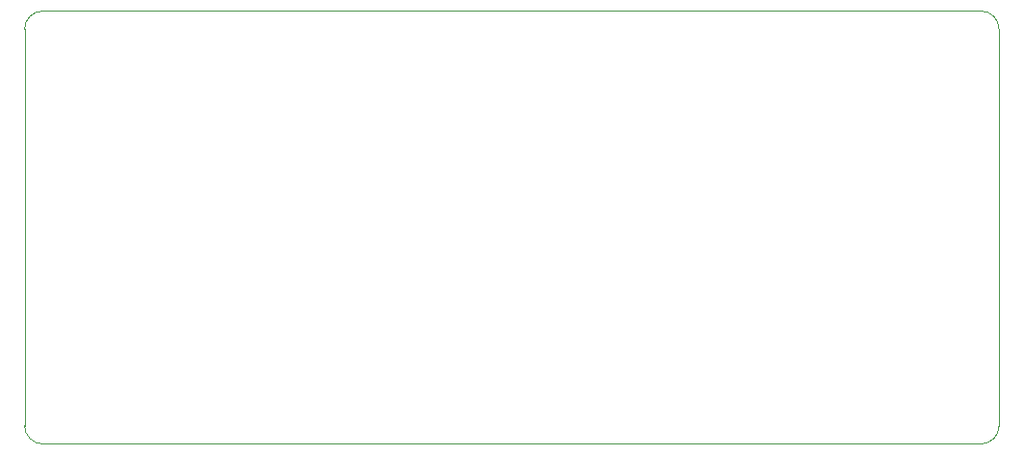
<source format=gm1>
G04 #@! TF.GenerationSoftware,KiCad,Pcbnew,(5.1.4)-1*
G04 #@! TF.CreationDate,2024-07-18T00:41:49-04:00*
G04 #@! TF.ProjectId,ai03-pcb-guide,61693033-2d70-4636-922d-67756964652e,rev?*
G04 #@! TF.SameCoordinates,Original*
G04 #@! TF.FileFunction,Profile,NP*
%FSLAX46Y46*%
G04 Gerber Fmt 4.6, Leading zero omitted, Abs format (unit mm)*
G04 Created by KiCad (PCBNEW (5.1.4)-1) date 2024-07-18 00:41:49*
%MOMM*%
%LPD*%
G04 APERTURE LIST*
%ADD10C,0.050000*%
G04 APERTURE END LIST*
D10*
X131762500Y-61912500D02*
X49212500Y-61912500D01*
X47625000Y-60325000D02*
X47625000Y-25400000D01*
X133350000Y-25400000D02*
X133350000Y-60325000D01*
X49212500Y-23812500D02*
X131762500Y-23812500D01*
X47625000Y-25400000D02*
G75*
G02X49212500Y-23812500I1587500J0D01*
G01*
X49212500Y-61912500D02*
G75*
G02X47625000Y-60325000I0J1587500D01*
G01*
X133350000Y-60325000D02*
G75*
G02X131762500Y-61912500I-1587500J0D01*
G01*
X131762500Y-23812500D02*
G75*
G02X133350000Y-25400000I0J-1587500D01*
G01*
M02*

</source>
